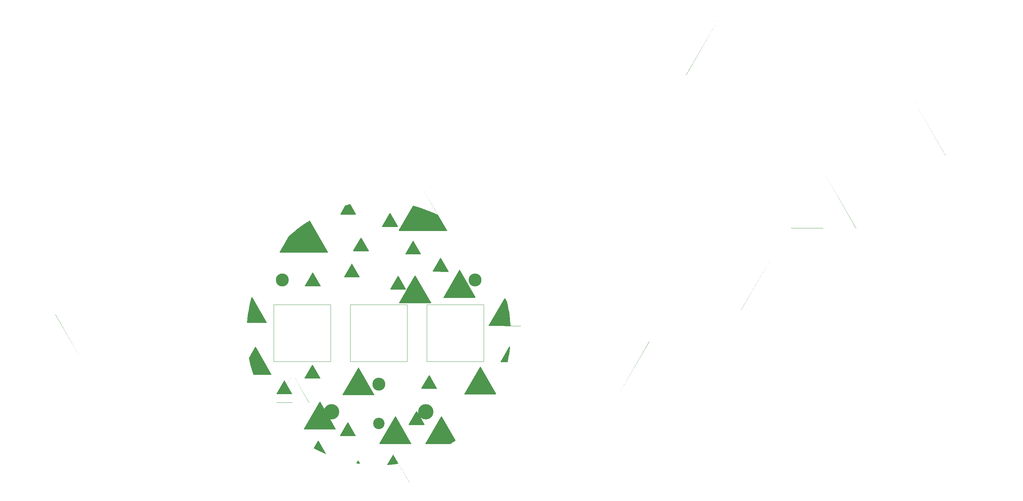
<source format=gbr>
%TF.GenerationSoftware,KiCad,Pcbnew,(7.0.0-0)*%
%TF.CreationDate,2023-03-27T01:09:40-05:00*%
%TF.ProjectId,RP2040_minimal,52503230-3430-45f6-9d69-6e696d616c2e,REV1*%
%TF.SameCoordinates,Original*%
%TF.FileFunction,Soldermask,Top*%
%TF.FilePolarity,Negative*%
%FSLAX46Y46*%
G04 Gerber Fmt 4.6, Leading zero omitted, Abs format (unit mm)*
G04 Created by KiCad (PCBNEW (7.0.0-0)) date 2023-03-27 01:09:40*
%MOMM*%
%LPD*%
G01*
G04 APERTURE LIST*
%TA.AperFunction,Profile*%
%ADD10C,0.120000*%
%TD*%
%ADD11C,3.902000*%
%ADD12C,2.902000*%
%ADD13C,3.302000*%
G04 APERTURE END LIST*
D10*
%TO.C,REF\u002A\u002A*%
X-26750000Y7250000D02*
X-12250000Y7250000D01*
X-12250000Y7250000D02*
X-12250000Y-7250000D01*
X-12250000Y-7250000D02*
X-26750000Y-7250000D01*
X-26750000Y-7250000D02*
X-26750000Y7250000D01*
X-7250000Y7250000D02*
X7250000Y7250000D01*
X7250000Y7250000D02*
X7250000Y-7250000D01*
X7250000Y-7250000D02*
X-7250000Y-7250000D01*
X-7250000Y-7250000D02*
X-7250000Y7250000D01*
X12250000Y7250000D02*
X26750000Y7250000D01*
X26750000Y7250000D02*
X26750000Y-7250000D01*
X26750000Y-7250000D02*
X12250000Y-7250000D01*
X12250000Y-7250000D02*
X12250000Y7250000D01*
%TD*%
D11*
%TO.C,REF\u002A\u002A*%
X-12000000Y-20000000D03*
%TD*%
%TO.C,REF\u002A\u002A*%
X12000000Y-20000000D03*
%TD*%
D12*
%TO.C,REF\u002A\u002A*%
X0Y-23000000D03*
%TD*%
D13*
%TO.C,H3*%
X0Y-13000000D03*
%TD*%
%TO.C,H2*%
X24500000Y13500000D03*
%TD*%
%TO.C,H1*%
X-24500000Y13500000D03*
%TD*%
G36*
X16023377Y-21168482D02*
G01*
X16068665Y-21213967D01*
X19513075Y-27209862D01*
X19529494Y-27267766D01*
X19516713Y-27326580D01*
X19477745Y-27372448D01*
X19088720Y-27651008D01*
X19085197Y-27653440D01*
X18273685Y-28193145D01*
X18240755Y-28208632D01*
X18204748Y-28213894D01*
X12014773Y-28200465D01*
X11952809Y-28183717D01*
X11907521Y-28138232D01*
X11891042Y-28076196D01*
X11907790Y-28014232D01*
X15853892Y-21213501D01*
X15899377Y-21168213D01*
X15961413Y-21151734D01*
X16023377Y-21168482D01*
G37*
G36*
X8816433Y23484382D02*
G01*
X8861721Y23438897D01*
X10713016Y20216233D01*
X10729495Y20154197D01*
X10712747Y20092233D01*
X10667262Y20046945D01*
X10605226Y20030466D01*
X6888670Y20038530D01*
X6826706Y20055278D01*
X6781418Y20100763D01*
X6764939Y20162799D01*
X6781687Y20224763D01*
X8646948Y23439363D01*
X8692433Y23484651D01*
X8754469Y23501130D01*
X8816433Y23484382D01*
G37*
G36*
X-32166825Y9129895D02*
G01*
X-32126960Y9087745D01*
X-28506984Y2786233D01*
X-28490505Y2724197D01*
X-28507253Y2662233D01*
X-28552738Y2616945D01*
X-28614774Y2600466D01*
X-33359697Y2610761D01*
X-33424644Y2629296D01*
X-33470243Y2679119D01*
X-33482966Y2745450D01*
X-33420141Y3471551D01*
X-33419699Y3475808D01*
X-33280402Y4623029D01*
X-33279813Y4627269D01*
X-33100998Y5769011D01*
X-33100262Y5773229D01*
X-32882157Y6908057D01*
X-32881277Y6912246D01*
X-32624124Y8038910D01*
X-32623100Y8043066D01*
X-32354348Y9057727D01*
X-32326786Y9108778D01*
X-32279018Y9141704D01*
X-32221501Y9149297D01*
X-32166825Y9129895D01*
G37*
G36*
X12907029Y-10687815D02*
G01*
X12952317Y-10733300D01*
X14803612Y-13955964D01*
X14820091Y-14018000D01*
X14803343Y-14079964D01*
X14757858Y-14125252D01*
X14695822Y-14141731D01*
X10979266Y-14133667D01*
X10917302Y-14116919D01*
X10872014Y-14071434D01*
X10855535Y-14009398D01*
X10872283Y-13947434D01*
X12737544Y-10732834D01*
X12783029Y-10687546D01*
X12845065Y-10671067D01*
X12907029Y-10687815D01*
G37*
G36*
X-4408305Y24279254D02*
G01*
X-4363017Y24233769D01*
X-2511722Y21011105D01*
X-2495243Y20949069D01*
X-2511991Y20887105D01*
X-2557476Y20841817D01*
X-2619512Y20825338D01*
X-6336068Y20833402D01*
X-6398032Y20850150D01*
X-6443320Y20895635D01*
X-6459799Y20957671D01*
X-6443051Y21019635D01*
X-4577790Y24234235D01*
X-4532305Y24279523D01*
X-4470269Y24296002D01*
X-4408305Y24279254D01*
G37*
G36*
X-16703567Y15374382D02*
G01*
X-16658279Y15328897D01*
X-14806984Y12106233D01*
X-14790505Y12044197D01*
X-14807253Y11982233D01*
X-14852738Y11936945D01*
X-14914774Y11920466D01*
X-18631330Y11928530D01*
X-18693294Y11945278D01*
X-18738582Y11990763D01*
X-18755061Y12052799D01*
X-18738313Y12114763D01*
X-16873052Y15329363D01*
X-16827567Y15374651D01*
X-16765531Y15391130D01*
X-16703567Y15374382D01*
G37*
G36*
X4331171Y-21150492D02*
G01*
X4376459Y-21195977D01*
X8293016Y-28013767D01*
X8309495Y-28075803D01*
X8292747Y-28137767D01*
X8247262Y-28183055D01*
X8185226Y-28199534D01*
X322567Y-28182475D01*
X260603Y-28165727D01*
X215315Y-28120242D01*
X198836Y-28058206D01*
X215584Y-27996242D01*
X4161686Y-21195511D01*
X4207171Y-21150223D01*
X4269207Y-21133744D01*
X4331171Y-21150492D01*
G37*
G36*
X9696433Y-19895618D02*
G01*
X9741721Y-19941103D01*
X11593016Y-23163767D01*
X11609495Y-23225803D01*
X11592747Y-23287767D01*
X11547262Y-23333055D01*
X11485226Y-23349534D01*
X7768670Y-23341470D01*
X7706706Y-23324722D01*
X7661418Y-23279237D01*
X7644939Y-23217201D01*
X7661687Y-23155237D01*
X9526948Y-19940637D01*
X9572433Y-19895349D01*
X9634469Y-19878870D01*
X9696433Y-19895618D01*
G37*
G36*
X-6763567Y17634382D02*
G01*
X-6718279Y17588897D01*
X-4866984Y14366233D01*
X-4850505Y14304197D01*
X-4867253Y14242233D01*
X-4912738Y14196945D01*
X-4974774Y14180466D01*
X-8691330Y14188530D01*
X-8753294Y14205278D01*
X-8798582Y14250763D01*
X-8815061Y14312799D01*
X-8798313Y14374763D01*
X-6933052Y17589363D01*
X-6887567Y17634651D01*
X-6825531Y17651130D01*
X-6763567Y17634382D01*
G37*
G36*
X-15307465Y-27364613D02*
G01*
X-15262177Y-27410098D01*
X-13468437Y-30532570D01*
X-13451983Y-30591841D01*
X-13466038Y-30651726D01*
X-13507142Y-30697489D01*
X-13565181Y-30717868D01*
X-13625872Y-30707848D01*
X-14051844Y-30520537D01*
X-14055732Y-30518746D01*
X-15096904Y-30017344D01*
X-15100728Y-30015421D01*
X-16124022Y-29478356D01*
X-16127777Y-29476301D01*
X-16431296Y-29303385D01*
X-16477109Y-29257977D01*
X-16493915Y-29195701D01*
X-16477167Y-29133410D01*
X-15476950Y-27409632D01*
X-15431465Y-27364344D01*
X-15369429Y-27347865D01*
X-15307465Y-27364613D01*
G37*
G36*
X-23947464Y-12044613D02*
G01*
X-23902176Y-12090098D01*
X-22050881Y-15312762D01*
X-22034402Y-15374798D01*
X-22051150Y-15436762D01*
X-22096635Y-15482050D01*
X-22158671Y-15498529D01*
X-25875227Y-15490465D01*
X-25937191Y-15473717D01*
X-25982479Y-15428232D01*
X-25998958Y-15366196D01*
X-25982210Y-15304232D01*
X-24116949Y-12089632D01*
X-24071464Y-12044344D01*
X-24009428Y-12027865D01*
X-23947464Y-12044613D01*
G37*
G36*
X-31268830Y-3550492D02*
G01*
X-31223542Y-3595977D01*
X-27306984Y-10413767D01*
X-27290505Y-10475803D01*
X-27307253Y-10537767D01*
X-27352738Y-10583055D01*
X-27414774Y-10599534D01*
X-31794622Y-10590031D01*
X-31844431Y-10579469D01*
X-31885796Y-10549782D01*
X-31911744Y-10505974D01*
X-31990472Y-10274593D01*
X-31991780Y-10270517D01*
X-32326036Y-9164328D01*
X-32327204Y-9160210D01*
X-32623100Y-8043065D01*
X-32624124Y-8038909D01*
X-32881276Y-6912250D01*
X-32882156Y-6908061D01*
X-32992401Y-6334446D01*
X-32992885Y-6290315D01*
X-32977882Y-6248809D01*
X-31438315Y-3595511D01*
X-31392830Y-3550223D01*
X-31330794Y-3533744D01*
X-31268830Y-3550492D01*
G37*
G36*
X-16768305Y-8070746D02*
G01*
X-16723017Y-8116231D01*
X-14871722Y-11338895D01*
X-14855243Y-11400931D01*
X-14871991Y-11462895D01*
X-14917476Y-11508183D01*
X-14979512Y-11524662D01*
X-18696068Y-11516598D01*
X-18758032Y-11499850D01*
X-18803320Y-11454365D01*
X-18819799Y-11392329D01*
X-18803051Y-11330365D01*
X-16937790Y-8115765D01*
X-16892305Y-8070477D01*
X-16830269Y-8053998D01*
X-16768305Y-8070746D01*
G37*
G36*
X25931171Y-8550492D02*
G01*
X25976459Y-8595977D01*
X29838114Y-15318196D01*
X29854545Y-15376531D01*
X29841368Y-15435685D01*
X29793406Y-15531032D01*
X29747580Y-15580940D01*
X29682362Y-15599310D01*
X21922567Y-15582475D01*
X21860603Y-15565727D01*
X21815315Y-15520242D01*
X21798836Y-15458206D01*
X21815584Y-15396242D01*
X25761686Y-8595511D01*
X25807171Y-8550223D01*
X25869207Y-8533744D01*
X25931171Y-8550492D01*
G37*
G36*
X33358425Y-3423224D02*
G01*
X33401612Y-3474481D01*
X33411816Y-3540724D01*
X33280401Y-4623028D01*
X33279812Y-4627268D01*
X33100997Y-5769010D01*
X33100261Y-5773228D01*
X32882156Y-6908056D01*
X32881276Y-6912245D01*
X32795185Y-7289434D01*
X32771185Y-7339224D01*
X32727934Y-7373639D01*
X32674025Y-7385841D01*
X31122567Y-7382475D01*
X31060603Y-7365727D01*
X31015315Y-7320242D01*
X30998836Y-7258206D01*
X31015584Y-7196242D01*
X33181468Y-3463545D01*
X33229522Y-3416821D01*
X33294872Y-3401931D01*
X33358425Y-3423224D01*
G37*
G36*
X2931695Y30469254D02*
G01*
X2976983Y30423769D01*
X4828278Y27201105D01*
X4844757Y27139069D01*
X4828009Y27077105D01*
X4782524Y27031817D01*
X4720488Y27015338D01*
X1003932Y27023402D01*
X941968Y27040150D01*
X896680Y27085635D01*
X880201Y27147671D01*
X896949Y27209635D01*
X2762210Y30424235D01*
X2807695Y30469523D01*
X2869731Y30486002D01*
X2931695Y30469254D01*
G37*
G36*
X8830513Y32415484D02*
G01*
X9716803Y32164285D01*
X9720901Y32163047D01*
X10821216Y31809729D01*
X10825268Y31808350D01*
X11912705Y31417272D01*
X11916708Y31415754D01*
X12990017Y30987369D01*
X12993964Y30985714D01*
X14051842Y30520538D01*
X14055730Y30518747D01*
X15087323Y30021959D01*
X15117962Y30001046D01*
X15141043Y29972006D01*
X17331325Y26159248D01*
X17347804Y26097212D01*
X17331056Y26035248D01*
X17285571Y25989960D01*
X17223535Y25973481D01*
X5214773Y25999535D01*
X5152809Y26016283D01*
X5107521Y26061768D01*
X5091042Y26123804D01*
X5107790Y26185768D01*
X8689448Y32358416D01*
X8726212Y32398200D01*
X8776428Y32418515D01*
X8830513Y32415484D01*
G37*
G36*
X-5068829Y-8750492D02*
G01*
X-5023541Y-8795977D01*
X-1106984Y-15613767D01*
X-1090505Y-15675803D01*
X-1107253Y-15737767D01*
X-1152738Y-15783055D01*
X-1214774Y-15799534D01*
X-9077433Y-15782475D01*
X-9139397Y-15765727D01*
X-9184685Y-15720242D01*
X-9201164Y-15658206D01*
X-9184416Y-15596242D01*
X-5238314Y-8795511D01*
X-5192829Y-8750223D01*
X-5130793Y-8733744D01*
X-5068829Y-8750492D01*
G37*
G36*
X-5147465Y-32444613D02*
G01*
X-5102177Y-32490098D01*
X-4779540Y-33051731D01*
X-4763142Y-33117979D01*
X-4784282Y-33182870D01*
X-4836556Y-33226747D01*
X-4904130Y-33236318D01*
X-5196805Y-33195644D01*
X-5201034Y-33194981D01*
X-5502756Y-33142375D01*
X-5556856Y-33118661D01*
X-5593847Y-33072608D01*
X-5605334Y-33014667D01*
X-5588710Y-32957985D01*
X-5316950Y-32489632D01*
X-5271465Y-32444344D01*
X-5209429Y-32427865D01*
X-5147465Y-32444613D01*
G37*
G36*
X9331171Y14649508D02*
G01*
X9376459Y14604023D01*
X13293016Y7786233D01*
X13309495Y7724197D01*
X13292747Y7662233D01*
X13247262Y7616945D01*
X13185226Y7600466D01*
X5322567Y7617525D01*
X5260603Y7634273D01*
X5215315Y7679758D01*
X5198836Y7741794D01*
X5215584Y7803758D01*
X9161686Y14604489D01*
X9207171Y14649777D01*
X9269207Y14666256D01*
X9331171Y14649508D01*
G37*
G36*
X3731170Y-30950492D02*
G01*
X3776458Y-30995977D01*
X4960158Y-33056515D01*
X4976570Y-33114204D01*
X4963987Y-33172846D01*
X4925352Y-33218723D01*
X4869706Y-33241102D01*
X4052154Y-33354723D01*
X4047905Y-33355239D01*
X2898461Y-33474713D01*
X2894196Y-33475082D01*
X2323728Y-33514533D01*
X2258755Y-33501250D01*
X2209919Y-33456383D01*
X2191188Y-33392767D01*
X2207921Y-33328595D01*
X3561685Y-30995511D01*
X3607170Y-30950223D01*
X3669206Y-30933744D01*
X3731170Y-30950492D01*
G37*
G36*
X20623377Y16031518D02*
G01*
X20668665Y15986033D01*
X24585222Y9168243D01*
X24601701Y9106207D01*
X24584953Y9044243D01*
X24539468Y8998955D01*
X24477432Y8982476D01*
X16614773Y8999535D01*
X16552809Y9016283D01*
X16507521Y9061768D01*
X16491042Y9123804D01*
X16507790Y9185768D01*
X20453892Y15986499D01*
X20499377Y16031787D01*
X20561413Y16048266D01*
X20623377Y16031518D01*
G37*
G36*
X-14888829Y-17450492D02*
G01*
X-14843541Y-17495977D01*
X-10926984Y-24313767D01*
X-10910505Y-24375803D01*
X-10927253Y-24437767D01*
X-10972738Y-24483055D01*
X-11034774Y-24499534D01*
X-18897433Y-24482475D01*
X-18959397Y-24465727D01*
X-19004685Y-24420242D01*
X-19021164Y-24358206D01*
X-19004416Y-24296242D01*
X-15058314Y-17495511D01*
X-15012829Y-17450223D01*
X-14950793Y-17433744D01*
X-14888829Y-17450492D01*
G37*
G36*
X-7757464Y-22704613D02*
G01*
X-7712176Y-22750098D01*
X-5860881Y-25972762D01*
X-5844402Y-26034798D01*
X-5861150Y-26096762D01*
X-5906635Y-26142050D01*
X-5968671Y-26158529D01*
X-9685227Y-26150465D01*
X-9747191Y-26133717D01*
X-9792479Y-26088232D01*
X-9808958Y-26026196D01*
X-9792210Y-25964232D01*
X-7926949Y-22749632D01*
X-7881464Y-22704344D01*
X-7819428Y-22687865D01*
X-7757464Y-22704613D01*
G37*
G36*
X-7254820Y32793257D02*
G01*
X-7207767Y32772182D01*
X-7173353Y32733792D01*
X-5790881Y30327238D01*
X-5774402Y30265202D01*
X-5791150Y30203238D01*
X-5836635Y30157950D01*
X-5898671Y30141471D01*
X-9615227Y30149535D01*
X-9677191Y30166283D01*
X-9722479Y30211768D01*
X-9738958Y30273804D01*
X-9722210Y30335768D01*
X-8483626Y32470352D01*
X-8450758Y32507331D01*
X-8406049Y32528516D01*
X-7478769Y32757069D01*
X-7474597Y32758021D01*
X-7306377Y32793374D01*
X-7254820Y32793257D01*
G37*
G36*
X32131170Y8849508D02*
G01*
X32176458Y8804023D01*
X32620244Y8031497D01*
X32633614Y7997323D01*
X32881276Y6912246D01*
X32882156Y6908057D01*
X33100261Y5773229D01*
X33100997Y5769011D01*
X33279812Y4627269D01*
X33280401Y4623029D01*
X33419698Y3475808D01*
X33420140Y3471551D01*
X33519753Y2320254D01*
X33520049Y2315983D01*
X33539720Y1936459D01*
X33525307Y1871705D01*
X33479577Y1823648D01*
X33415617Y1806041D01*
X28122567Y1817525D01*
X28060603Y1834273D01*
X28015315Y1879758D01*
X27998836Y1941794D01*
X28015584Y2003758D01*
X31961685Y8804489D01*
X32007170Y8849777D01*
X32069206Y8866256D01*
X32131170Y8849508D01*
G37*
G36*
X15806433Y19054382D02*
G01*
X15851721Y19008897D01*
X17703016Y15786233D01*
X17719495Y15724197D01*
X17702747Y15662233D01*
X17657262Y15616945D01*
X17595226Y15600466D01*
X13878670Y15608530D01*
X13816706Y15625278D01*
X13771418Y15670763D01*
X13754939Y15732799D01*
X13771687Y15794763D01*
X15636948Y19009363D01*
X15682433Y19054651D01*
X15744469Y19071130D01*
X15806433Y19054382D01*
G37*
G36*
X5012536Y14545387D02*
G01*
X5057824Y14499902D01*
X6909119Y11277238D01*
X6925598Y11215202D01*
X6908850Y11153238D01*
X6863365Y11107950D01*
X6801329Y11091471D01*
X3084773Y11099535D01*
X3022809Y11116283D01*
X2977521Y11161768D01*
X2961042Y11223804D01*
X2977790Y11285768D01*
X4843051Y14500368D01*
X4888536Y14545656D01*
X4950572Y14562135D01*
X5012536Y14545387D01*
G37*
G36*
X-17499511Y28602305D02*
G01*
X-17453113Y28556183D01*
X-12917353Y20660510D01*
X-12900874Y20598474D01*
X-12917622Y20536510D01*
X-12963107Y20491222D01*
X-13025143Y20474743D01*
X-25033905Y20500797D01*
X-25095869Y20517545D01*
X-25141157Y20563030D01*
X-25157636Y20625066D01*
X-25140888Y20687030D01*
X-22865196Y24608970D01*
X-22843325Y24636659D01*
X-22713260Y24760156D01*
X-22710106Y24763049D01*
X-21845112Y25529368D01*
X-21841860Y25532151D01*
X-20950905Y26268177D01*
X-20947558Y26270846D01*
X-20031750Y26975666D01*
X-20028313Y26978218D01*
X-19088721Y27651009D01*
X-19085198Y27653441D01*
X-18122919Y28293416D01*
X-18119315Y28295724D01*
X-17625698Y28599975D01*
X-17562923Y28618395D01*
X-17499511Y28602305D01*
G37*
G36*
X3670209Y-30805763D02*
G01*
X3671492Y-30806234D01*
X3679053Y-30812606D01*
X3679498Y-30813139D01*
X7802117Y-37989633D01*
X7802353Y-37990286D01*
X7804049Y-38000027D01*
X7803809Y-38001374D01*
X7803083Y-38002625D01*
X7802033Y-38003502D01*
X7792736Y-38006863D01*
X7792052Y-38006982D01*
X-484287Y-37989027D01*
X-484971Y-37988905D01*
X-494256Y-37985502D01*
X-495302Y-37984621D01*
X-496022Y-37983369D01*
X-496257Y-37982020D01*
X-495899Y-37980017D01*
X-488738Y-37980017D01*
X7796540Y-37997992D01*
X3669467Y-30813745D01*
X2092411Y-33531651D01*
X2092411Y-33531652D01*
X-488738Y-37980017D01*
X-495899Y-37980017D01*
X-494518Y-37972286D01*
X-494279Y-37971634D01*
X2084624Y-33527138D01*
X2084625Y-33527136D01*
X3659438Y-30813095D01*
X3659886Y-30812564D01*
X3667475Y-30806224D01*
X3668763Y-30805759D01*
X3670209Y-30805763D01*
G37*
G36*
X-5208427Y-32299884D02*
G01*
X-5207144Y-32300355D01*
X-5199582Y-32306727D01*
X-5199137Y-32307260D01*
X-4651638Y-33260327D01*
X-4651394Y-33261025D01*
X-4649855Y-33271227D01*
X-4650175Y-33272644D01*
X-4650867Y-33273669D01*
X-4652062Y-33274496D01*
X-4662096Y-33276884D01*
X-4662834Y-33276919D01*
X-5199495Y-33202337D01*
X-5199530Y-33202332D01*
X-5200486Y-33202182D01*
X-5200520Y-33202176D01*
X-5672009Y-33119972D01*
X-5672612Y-33119764D01*
X-5680801Y-33115361D01*
X-5681667Y-33114444D01*
X-5682354Y-33112970D01*
X-5682499Y-33111718D01*
X-5682214Y-33110348D01*
X-5674806Y-33110348D01*
X-5198602Y-33193375D01*
X-4657259Y-33268608D01*
X-5209168Y-32307866D01*
X-5674806Y-33110348D01*
X-5682214Y-33110348D01*
X-5680605Y-33102614D01*
X-5680377Y-33102017D01*
X-5219197Y-32307216D01*
X-5218749Y-32306685D01*
X-5211160Y-32300345D01*
X-5209872Y-32299880D01*
X-5208427Y-32299884D01*
G37*
G36*
X-15368426Y-27219884D02*
G01*
X-15367143Y-27220355D01*
X-15359582Y-27226727D01*
X-15359137Y-27227260D01*
X-13301780Y-30808628D01*
X-13301544Y-30809281D01*
X-13299848Y-30819022D01*
X-13300088Y-30820368D01*
X-13300813Y-30821618D01*
X-13301863Y-30822496D01*
X-13311165Y-30825858D01*
X-13311849Y-30825977D01*
X-13368812Y-30825854D01*
X-13369222Y-30825811D01*
X-13380141Y-30823503D01*
X-13380532Y-30823377D01*
X-14056246Y-30526248D01*
X-14056275Y-30526235D01*
X-14057153Y-30525832D01*
X-14057187Y-30525816D01*
X-15101547Y-30022878D01*
X-15101576Y-30022864D01*
X-15102381Y-30022460D01*
X-15102413Y-30022443D01*
X-16128840Y-29483732D01*
X-16128870Y-29483716D01*
X-16129661Y-29483284D01*
X-16129692Y-29483267D01*
X-16538184Y-29250547D01*
X-16538602Y-29250230D01*
X-16544238Y-29244644D01*
X-16544761Y-29243744D01*
X-16545221Y-29242038D01*
X-16545221Y-29240998D01*
X-16545161Y-29240776D01*
X-16537153Y-29240776D01*
X-16124931Y-29475620D01*
X-15097954Y-30014619D01*
X-14052961Y-30517861D01*
X-13373029Y-30816844D01*
X-13307357Y-30816987D01*
X-15369168Y-27227866D01*
X-16537153Y-29240776D01*
X-16545161Y-29240776D01*
X-16543161Y-29233335D01*
X-16542960Y-29232850D01*
X-15379197Y-27227216D01*
X-15378749Y-27226685D01*
X-15371160Y-27220345D01*
X-15369872Y-27219880D01*
X-15368426Y-27219884D01*
G37*
G36*
X15962415Y-21023753D02*
G01*
X15963698Y-21024224D01*
X15971259Y-21030596D01*
X15971704Y-21031129D01*
X20094323Y-28207623D01*
X20094559Y-28208276D01*
X20096255Y-28218017D01*
X20096015Y-28219364D01*
X20095289Y-28220615D01*
X20094239Y-28221492D01*
X20084942Y-28224853D01*
X20084258Y-28224972D01*
X11807919Y-28207017D01*
X11807235Y-28206895D01*
X11797950Y-28203492D01*
X11796904Y-28202611D01*
X11796184Y-28201359D01*
X11795949Y-28200010D01*
X11796307Y-28198007D01*
X11803468Y-28198007D01*
X20088746Y-28215982D01*
X15961673Y-21031735D01*
X11803468Y-28198007D01*
X11796307Y-28198007D01*
X11797688Y-28190276D01*
X11797927Y-28189624D01*
X15951644Y-21031085D01*
X15952092Y-21030554D01*
X15959681Y-21024214D01*
X15960969Y-21023749D01*
X15962415Y-21023753D01*
G37*
G36*
X4270209Y-21005763D02*
G01*
X4271492Y-21006234D01*
X4279053Y-21012606D01*
X4279498Y-21013139D01*
X8402117Y-28189633D01*
X8402353Y-28190286D01*
X8404049Y-28200027D01*
X8403809Y-28201374D01*
X8403083Y-28202625D01*
X8402033Y-28203502D01*
X8392736Y-28206863D01*
X8392052Y-28206982D01*
X115713Y-28189027D01*
X115029Y-28188905D01*
X105744Y-28185502D01*
X104698Y-28184621D01*
X103978Y-28183369D01*
X103743Y-28182020D01*
X104101Y-28180017D01*
X111262Y-28180017D01*
X8396540Y-28197992D01*
X4269467Y-21013745D01*
X111262Y-28180017D01*
X104101Y-28180017D01*
X105482Y-28172286D01*
X105721Y-28171634D01*
X4259438Y-21013095D01*
X4259886Y-21012564D01*
X4267475Y-21006224D01*
X4268763Y-21005759D01*
X4270209Y-21005763D01*
G37*
G36*
X-7818426Y-22559884D02*
G01*
X-7817143Y-22560355D01*
X-7809582Y-22566727D01*
X-7809137Y-22567260D01*
X-5751780Y-26148628D01*
X-5751544Y-26149281D01*
X-5749848Y-26159022D01*
X-5750088Y-26160369D01*
X-5750814Y-26161620D01*
X-5751864Y-26162497D01*
X-5761161Y-26165858D01*
X-5761845Y-26165977D01*
X-9892081Y-26157017D01*
X-9892765Y-26156895D01*
X-9902050Y-26153492D01*
X-9903096Y-26152611D01*
X-9903816Y-26151359D01*
X-9904051Y-26150010D01*
X-9903693Y-26148007D01*
X-9896532Y-26148007D01*
X-5757357Y-26156987D01*
X-7819168Y-22567866D01*
X-9896532Y-26148007D01*
X-9903693Y-26148007D01*
X-9902312Y-26140276D01*
X-9902073Y-26139624D01*
X-7829197Y-22567216D01*
X-7828749Y-22566685D01*
X-7821160Y-22560345D01*
X-7819872Y-22559880D01*
X-7818426Y-22559884D01*
G37*
G36*
X-14949791Y-17305763D02*
G01*
X-14948508Y-17306234D01*
X-14940947Y-17312606D01*
X-14940502Y-17313139D01*
X-13856296Y-19200483D01*
X-13831278Y-19220392D01*
X-13799824Y-19217802D01*
X-13778352Y-19194014D01*
X-13776697Y-19193361D01*
X-13775177Y-19194284D01*
X-13774993Y-19196053D01*
X-13810600Y-19291519D01*
X-13811587Y-19292613D01*
X-13813055Y-19292734D01*
X-13814208Y-19291816D01*
X-14950533Y-17313745D01*
X-19108738Y-24480017D01*
X-10823460Y-24497992D01*
X-12300023Y-21927649D01*
X-12300228Y-21926163D01*
X-12299342Y-21924953D01*
X-12297864Y-21924699D01*
X-12277374Y-21929156D01*
X-12206351Y-21934236D01*
X-12204813Y-21935148D01*
X-12204618Y-21936925D01*
X-12205924Y-21938148D01*
X-12235326Y-21946896D01*
X-12251403Y-21972517D01*
X-12246497Y-22002758D01*
X-10817883Y-24489633D01*
X-10817647Y-24490286D01*
X-10815951Y-24500027D01*
X-10816191Y-24501374D01*
X-10816917Y-24502625D01*
X-10817967Y-24503502D01*
X-10827264Y-24506863D01*
X-10827948Y-24506982D01*
X-19104287Y-24489027D01*
X-19104971Y-24488905D01*
X-19114256Y-24485502D01*
X-19115302Y-24484621D01*
X-19116022Y-24483369D01*
X-19116257Y-24482020D01*
X-19114518Y-24472286D01*
X-19114279Y-24471634D01*
X-14960562Y-17313095D01*
X-14960114Y-17312564D01*
X-14952525Y-17306224D01*
X-14951237Y-17305759D01*
X-14949791Y-17305763D01*
G37*
G36*
X9635471Y-19750889D02*
G01*
X9636754Y-19751360D01*
X9644315Y-19757732D01*
X9644760Y-19758265D01*
X10003868Y-20383386D01*
X10027004Y-20402680D01*
X10056745Y-20402277D01*
X10079066Y-20382618D01*
X10083276Y-20352761D01*
X10084294Y-20351286D01*
X10086085Y-20351220D01*
X10087210Y-20352615D01*
X10129951Y-20549092D01*
X10197871Y-20731192D01*
X10197607Y-20733078D01*
X10195883Y-20733888D01*
X10194263Y-20732887D01*
X9634729Y-19758871D01*
X7557365Y-23339012D01*
X11696540Y-23347992D01*
X10454896Y-21186586D01*
X10454861Y-21184657D01*
X10456473Y-21183596D01*
X10458231Y-21184391D01*
X10527050Y-21276322D01*
X10723680Y-21472952D01*
X10732806Y-21479783D01*
X10733608Y-21481394D01*
X10732790Y-21482997D01*
X10731016Y-21483294D01*
X10703205Y-21474668D01*
X10676540Y-21485410D01*
X10662653Y-21510581D01*
X10667854Y-21539228D01*
X11702117Y-23339633D01*
X11702353Y-23340286D01*
X11704049Y-23350027D01*
X11703809Y-23351374D01*
X11703083Y-23352625D01*
X11702033Y-23353502D01*
X11692736Y-23356863D01*
X11692052Y-23356982D01*
X7561816Y-23348022D01*
X7561132Y-23347900D01*
X7551847Y-23344497D01*
X7550801Y-23343616D01*
X7550081Y-23342364D01*
X7549846Y-23341015D01*
X7551585Y-23331281D01*
X7551824Y-23330629D01*
X9624700Y-19758221D01*
X9625148Y-19757690D01*
X9632737Y-19751350D01*
X9634025Y-19750885D01*
X9635471Y-19750889D01*
G37*
G36*
X-21829267Y-10496017D02*
G01*
X-21827984Y-10496488D01*
X-21820423Y-10502860D01*
X-21819978Y-10503393D01*
X-17697359Y-17679887D01*
X-17697123Y-17680540D01*
X-17695427Y-17690281D01*
X-17695667Y-17691628D01*
X-17696393Y-17692879D01*
X-17697443Y-17693756D01*
X-17706740Y-17697117D01*
X-17707424Y-17697236D01*
X-25983763Y-17679281D01*
X-25984447Y-17679159D01*
X-25993732Y-17675756D01*
X-25994778Y-17674875D01*
X-25995498Y-17673623D01*
X-25995733Y-17672274D01*
X-25993994Y-17662540D01*
X-25993755Y-17661888D01*
X-24776843Y-15564652D01*
X-24771621Y-15535413D01*
X-24786229Y-15509986D01*
X-24814116Y-15499767D01*
X-26082081Y-15497017D01*
X-26082765Y-15496895D01*
X-26092050Y-15493492D01*
X-26093096Y-15492611D01*
X-26093816Y-15491359D01*
X-26094051Y-15490010D01*
X-26093693Y-15488007D01*
X-26086532Y-15488007D01*
X-24727143Y-15490956D01*
X-24725858Y-15491427D01*
X-24725177Y-15492613D01*
X-24725417Y-15493960D01*
X-25988214Y-17670271D01*
X-17702936Y-17688246D01*
X-21830009Y-10503999D01*
X-23328563Y-13086615D01*
X-23330297Y-13087611D01*
X-23332027Y-13086607D01*
X-24009168Y-11907866D01*
X-26086532Y-15488007D01*
X-26093693Y-15488007D01*
X-26092312Y-15480276D01*
X-26092073Y-15479624D01*
X-24019197Y-11907216D01*
X-24018749Y-11906685D01*
X-24011160Y-11900345D01*
X-24009872Y-11899880D01*
X-24008426Y-11899884D01*
X-24007143Y-11900355D01*
X-23999582Y-11906727D01*
X-23999137Y-11907260D01*
X-23367536Y-13006725D01*
X-23344825Y-13025866D01*
X-23315500Y-13025930D01*
X-23292708Y-13006888D01*
X-21840038Y-10503349D01*
X-21839590Y-10502818D01*
X-21832001Y-10496478D01*
X-21830713Y-10496013D01*
X-21829267Y-10496017D01*
G37*
G36*
X68830939Y-2130012D02*
G01*
X68832222Y-2130483D01*
X68839783Y-2136855D01*
X68840228Y-2137388D01*
X77093370Y-16504136D01*
X77093606Y-16504789D01*
X77095302Y-16514530D01*
X77095062Y-16515877D01*
X77094336Y-16517128D01*
X77093286Y-16518005D01*
X77083989Y-16521366D01*
X77083305Y-16521485D01*
X60514761Y-16485540D01*
X60514077Y-16485418D01*
X60504792Y-16482015D01*
X60503746Y-16481134D01*
X60503026Y-16479882D01*
X60502791Y-16478533D01*
X60503149Y-16476530D01*
X60510310Y-16476530D01*
X77087793Y-16512495D01*
X68830197Y-2137994D01*
X60510310Y-16476530D01*
X60503149Y-16476530D01*
X60504530Y-16468799D01*
X60504769Y-16468147D01*
X68820168Y-2137344D01*
X68820616Y-2136813D01*
X68828205Y-2130473D01*
X68829493Y-2130008D01*
X68830939Y-2130012D01*
G37*
G36*
X-5129791Y-8605763D02*
G01*
X-5128508Y-8606234D01*
X-5120947Y-8612606D01*
X-5120502Y-8613139D01*
X-997883Y-15789633D01*
X-997647Y-15790286D01*
X-995951Y-15800027D01*
X-996191Y-15801374D01*
X-996917Y-15802625D01*
X-997967Y-15803502D01*
X-1007264Y-15806863D01*
X-1007948Y-15806982D01*
X-9284287Y-15789027D01*
X-9284971Y-15788905D01*
X-9294256Y-15785502D01*
X-9295302Y-15784621D01*
X-9296022Y-15783369D01*
X-9296257Y-15782020D01*
X-9295899Y-15780017D01*
X-9288738Y-15780017D01*
X-1003460Y-15797992D01*
X-5130533Y-8613745D01*
X-9288738Y-15780017D01*
X-9295899Y-15780017D01*
X-9294518Y-15772286D01*
X-9294279Y-15771634D01*
X-5140562Y-8613095D01*
X-5140114Y-8612564D01*
X-5132525Y-8606224D01*
X-5131237Y-8605759D01*
X-5129791Y-8605763D01*
G37*
G36*
X25870209Y-8405763D02*
G01*
X25871492Y-8406234D01*
X25879053Y-8412606D01*
X25879498Y-8413139D01*
X30002117Y-15589633D01*
X30002353Y-15590286D01*
X30004049Y-15600027D01*
X30003809Y-15601374D01*
X30003083Y-15602625D01*
X30002033Y-15603502D01*
X29992736Y-15606863D01*
X29992052Y-15606982D01*
X21715713Y-15589027D01*
X21715029Y-15588905D01*
X21705744Y-15585502D01*
X21704698Y-15584621D01*
X21703978Y-15583369D01*
X21703743Y-15582020D01*
X21704101Y-15580017D01*
X21711262Y-15580017D01*
X29996540Y-15597992D01*
X25869467Y-8413745D01*
X21711262Y-15580017D01*
X21704101Y-15580017D01*
X21705482Y-15572286D01*
X21705721Y-15571634D01*
X25859438Y-8413095D01*
X25859886Y-8412564D01*
X25867475Y-8406224D01*
X25868763Y-8405759D01*
X25870209Y-8405763D01*
G37*
G36*
X12846067Y-10543086D02*
G01*
X12847350Y-10543557D01*
X12854911Y-10549929D01*
X12855356Y-10550462D01*
X14912713Y-14131830D01*
X14912949Y-14132483D01*
X14914645Y-14142224D01*
X14914405Y-14143571D01*
X14913679Y-14144822D01*
X14912629Y-14145699D01*
X14903332Y-14149060D01*
X14902648Y-14149179D01*
X10772412Y-14140219D01*
X10771728Y-14140097D01*
X10762443Y-14136694D01*
X10761397Y-14135813D01*
X10760677Y-14134561D01*
X10760442Y-14133212D01*
X10760800Y-14131209D01*
X10767961Y-14131209D01*
X14907136Y-14140189D01*
X12845325Y-10551068D01*
X10767961Y-14131209D01*
X10760800Y-14131209D01*
X10762181Y-14123478D01*
X10762420Y-14122826D01*
X12835296Y-10550418D01*
X12835744Y-10549887D01*
X12843333Y-10543547D01*
X12844621Y-10543082D01*
X12846067Y-10543086D01*
G37*
G36*
X-16829267Y-7926017D02*
G01*
X-16827984Y-7926488D01*
X-16820423Y-7932860D01*
X-16819978Y-7933393D01*
X-14762621Y-11514761D01*
X-14762385Y-11515414D01*
X-14760689Y-11525155D01*
X-14760929Y-11526502D01*
X-14761655Y-11527753D01*
X-14762705Y-11528630D01*
X-14772002Y-11531991D01*
X-14772686Y-11532110D01*
X-18902922Y-11523150D01*
X-18903606Y-11523028D01*
X-18912891Y-11519625D01*
X-18913937Y-11518744D01*
X-18914657Y-11517492D01*
X-18914892Y-11516143D01*
X-18914534Y-11514140D01*
X-18907373Y-11514140D01*
X-14768198Y-11523120D01*
X-16830009Y-7933999D01*
X-18907373Y-11514140D01*
X-18914534Y-11514140D01*
X-18913153Y-11506409D01*
X-18912914Y-11505757D01*
X-16840038Y-7933349D01*
X-16839590Y-7932818D01*
X-16832001Y-7926478D01*
X-16830713Y-7926013D01*
X-16829267Y-7926017D01*
G37*
G36*
X-31329791Y-3405763D02*
G01*
X-31328508Y-3406234D01*
X-31320947Y-3412606D01*
X-31320502Y-3413139D01*
X-27197883Y-10589633D01*
X-27197647Y-10590286D01*
X-27195951Y-10600027D01*
X-27196191Y-10601374D01*
X-27196917Y-10602625D01*
X-27197967Y-10603502D01*
X-27207264Y-10606863D01*
X-27207948Y-10606982D01*
X-35484287Y-10589027D01*
X-35484971Y-10588905D01*
X-35494256Y-10585502D01*
X-35495302Y-10584621D01*
X-35496022Y-10583369D01*
X-35496257Y-10582020D01*
X-35495899Y-10580017D01*
X-35488738Y-10580017D01*
X-27203460Y-10597992D01*
X-31330533Y-3413745D01*
X-32894426Y-6108969D01*
X-35488738Y-10580017D01*
X-35495899Y-10580017D01*
X-35494518Y-10572286D01*
X-35494279Y-10571634D01*
X-32903667Y-6106961D01*
X-31340562Y-3413095D01*
X-31340114Y-3412564D01*
X-31332525Y-3406224D01*
X-31331237Y-3405759D01*
X-31329791Y-3405763D01*
G37*
G36*
X35070209Y-205763D02*
G01*
X35071492Y-206234D01*
X35079053Y-212606D01*
X35079498Y-213139D01*
X39202117Y-7389633D01*
X39202353Y-7390286D01*
X39204049Y-7400027D01*
X39203809Y-7401374D01*
X39203083Y-7402625D01*
X39202033Y-7403502D01*
X39192736Y-7406863D01*
X39192052Y-7406982D01*
X30915713Y-7389027D01*
X30915029Y-7388905D01*
X30905744Y-7385502D01*
X30904698Y-7384621D01*
X30903978Y-7383369D01*
X30903743Y-7382020D01*
X30904101Y-7380017D01*
X30911262Y-7380017D01*
X39196540Y-7397992D01*
X35069467Y-213745D01*
X33464508Y-2979740D01*
X31672696Y-6067759D01*
X30911262Y-7380017D01*
X30904101Y-7380017D01*
X30905482Y-7372286D01*
X30905721Y-7371634D01*
X31663455Y-6065751D01*
X33456724Y-2975221D01*
X33456727Y-2975216D01*
X35059438Y-213095D01*
X35059886Y-212564D01*
X35067475Y-206224D01*
X35068763Y-205759D01*
X35070209Y-205763D01*
G37*
G36*
X-82219267Y4753983D02*
G01*
X-82217984Y4753512D01*
X-82210423Y4747140D01*
X-82209978Y4746607D01*
X-76022097Y-6025015D01*
X-76021861Y-6025668D01*
X-76020165Y-6035409D01*
X-76020405Y-6036756D01*
X-76021131Y-6038007D01*
X-76022181Y-6038884D01*
X-76031478Y-6042245D01*
X-76032162Y-6042364D01*
X-88454604Y-6015414D01*
X-88455288Y-6015292D01*
X-88464573Y-6011889D01*
X-88465619Y-6011008D01*
X-88466339Y-6009756D01*
X-88466574Y-6008407D01*
X-88466216Y-6006404D01*
X-88459055Y-6006404D01*
X-76027674Y-6033374D01*
X-82220009Y4746001D01*
X-88459055Y-6006404D01*
X-88466216Y-6006404D01*
X-88464835Y-5998673D01*
X-88464596Y-5998021D01*
X-82230038Y4746651D01*
X-82229590Y4747182D01*
X-82222001Y4753522D01*
X-82220713Y4753987D01*
X-82219267Y4753983D01*
G37*
G36*
X32070209Y8994237D02*
G01*
X32071492Y8993766D01*
X32079053Y8987394D01*
X32079498Y8986861D01*
X36202117Y1810367D01*
X36202353Y1809714D01*
X36204049Y1799973D01*
X36203809Y1798626D01*
X36203083Y1797375D01*
X36202033Y1796498D01*
X36192736Y1793137D01*
X36192052Y1793018D01*
X27915713Y1810973D01*
X27915029Y1811095D01*
X27905744Y1814498D01*
X27904698Y1815379D01*
X27903978Y1816631D01*
X27903743Y1817980D01*
X27904101Y1819983D01*
X27911262Y1819983D01*
X36196540Y1802008D01*
X32069467Y8986255D01*
X27911262Y1819983D01*
X27904101Y1819983D01*
X27905482Y1827714D01*
X27905721Y1828366D01*
X32059438Y8986905D01*
X32059886Y8987436D01*
X32067475Y8993776D01*
X32068763Y8994241D01*
X32070209Y8994237D01*
G37*
G36*
X-32529791Y9794237D02*
G01*
X-32528508Y9793766D01*
X-32520947Y9787394D01*
X-32520502Y9786861D01*
X-31246881Y7569792D01*
X-28397883Y2610367D01*
X-28397647Y2609714D01*
X-28395951Y2599973D01*
X-28396191Y2598626D01*
X-28396917Y2597375D01*
X-28397967Y2596498D01*
X-28407264Y2593137D01*
X-28407948Y2593018D01*
X-36684287Y2610973D01*
X-36684971Y2611095D01*
X-36694256Y2614498D01*
X-36695302Y2615379D01*
X-36696022Y2616631D01*
X-36696257Y2617980D01*
X-36695899Y2619983D01*
X-36688738Y2619983D01*
X-28403460Y2602008D01*
X-32530533Y9786255D01*
X-36688738Y2619983D01*
X-36695899Y2619983D01*
X-36694518Y2627714D01*
X-36694279Y2628366D01*
X-32540562Y9786905D01*
X-32540114Y9787436D01*
X-32532525Y9793776D01*
X-32531237Y9794241D01*
X-32529791Y9794237D01*
G37*
G36*
X74149409Y18846851D02*
G01*
X74150692Y18846380D01*
X74158253Y18840008D01*
X74158698Y18839475D01*
X82411840Y4472727D01*
X82412076Y4472074D01*
X82413772Y4462333D01*
X82413532Y4460986D01*
X82412806Y4459735D01*
X82411756Y4458858D01*
X82402459Y4455497D01*
X82401775Y4455378D01*
X65833231Y4491323D01*
X65832547Y4491445D01*
X65823262Y4494848D01*
X65822216Y4495729D01*
X65821496Y4496981D01*
X65821261Y4498330D01*
X65821619Y4500333D01*
X65828780Y4500333D01*
X82406263Y4464368D01*
X74148667Y18838869D01*
X65828780Y4500333D01*
X65821619Y4500333D01*
X65823000Y4508064D01*
X65823239Y4508716D01*
X74138638Y18839519D01*
X74139086Y18840050D01*
X74146675Y18846390D01*
X74147963Y18846855D01*
X74149409Y18846851D01*
G37*
G36*
X100513083Y20204072D02*
G01*
X100514366Y20203601D01*
X100521927Y20197229D01*
X100522372Y20196696D01*
X108775514Y5829948D01*
X108775750Y5829295D01*
X108777446Y5819554D01*
X108777206Y5818207D01*
X108776480Y5816956D01*
X108775430Y5816079D01*
X108766133Y5812718D01*
X108765449Y5812599D01*
X92196905Y5848544D01*
X92196221Y5848666D01*
X92186936Y5852069D01*
X92185890Y5852950D01*
X92185170Y5854202D01*
X92184935Y5855551D01*
X92185293Y5857554D01*
X92192454Y5857554D01*
X108769937Y5821589D01*
X100512341Y20196090D01*
X92192454Y5857554D01*
X92185293Y5857554D01*
X92186674Y5865285D01*
X92186913Y5865937D01*
X100502312Y20196740D01*
X100502760Y20197271D01*
X100510349Y20203611D01*
X100511637Y20204076D01*
X100513083Y20204072D01*
G37*
G36*
X9270209Y14794237D02*
G01*
X9271492Y14793766D01*
X9279053Y14787394D01*
X9279498Y14786861D01*
X13402117Y7610367D01*
X13402353Y7609714D01*
X13404049Y7599973D01*
X13403809Y7598626D01*
X13403083Y7597375D01*
X13402033Y7596498D01*
X13392736Y7593137D01*
X13392052Y7593018D01*
X5115713Y7610973D01*
X5115029Y7611095D01*
X5105744Y7614498D01*
X5104698Y7615379D01*
X5103978Y7616631D01*
X5103743Y7617980D01*
X5104101Y7619983D01*
X5111262Y7619983D01*
X13396540Y7602008D01*
X9269467Y14786255D01*
X5111262Y7619983D01*
X5104101Y7619983D01*
X5105482Y7627714D01*
X5105721Y7628366D01*
X7078575Y11028396D01*
X7083662Y11051108D01*
X7084266Y11052149D01*
X7101461Y11067837D01*
X9259438Y14786905D01*
X9259886Y14787436D01*
X9267475Y14793776D01*
X9268763Y14794241D01*
X9270209Y14794237D01*
G37*
G36*
X20562415Y16176247D02*
G01*
X20563698Y16175776D01*
X20571259Y16169404D01*
X20571704Y16168871D01*
X24694323Y8992377D01*
X24694559Y8991724D01*
X24696255Y8981983D01*
X24696015Y8980636D01*
X24695289Y8979385D01*
X24694239Y8978508D01*
X24684942Y8975147D01*
X24684258Y8975028D01*
X16407919Y8992983D01*
X16407235Y8993105D01*
X16397950Y8996508D01*
X16396904Y8997389D01*
X16396184Y8998641D01*
X16395949Y8999990D01*
X16396307Y9001993D01*
X16403468Y9001993D01*
X24688746Y8984018D01*
X20561673Y16168265D01*
X16403468Y9001993D01*
X16396307Y9001993D01*
X16397688Y9009724D01*
X16397927Y9010376D01*
X20551644Y16168915D01*
X20552092Y16169446D01*
X20559681Y16175786D01*
X20560969Y16176251D01*
X20562415Y16176247D01*
G37*
G36*
X4951574Y14690116D02*
G01*
X4952857Y14689645D01*
X4960418Y14683273D01*
X4960863Y14682740D01*
X7018221Y11101372D01*
X7018457Y11100719D01*
X7020314Y11090049D01*
X7020074Y11088702D01*
X7019024Y11087825D01*
X7008836Y11084142D01*
X7008152Y11084023D01*
X2877919Y11092983D01*
X2877235Y11093105D01*
X2867950Y11096508D01*
X2866904Y11097389D01*
X2866184Y11098641D01*
X2865949Y11099990D01*
X2866307Y11101993D01*
X2873468Y11101993D01*
X7012643Y11093013D01*
X4950832Y14682134D01*
X2873468Y11101993D01*
X2866307Y11101993D01*
X2867688Y11109724D01*
X2867927Y11110376D01*
X4940803Y14682784D01*
X4941251Y14683315D01*
X4948840Y14689655D01*
X4950128Y14690120D01*
X4951574Y14690116D01*
G37*
G36*
X-16764529Y15519111D02*
G01*
X-16763246Y15518640D01*
X-16755685Y15512268D01*
X-16755240Y15511735D01*
X-14697883Y11930367D01*
X-14697647Y11929714D01*
X-14695951Y11919973D01*
X-14696191Y11918626D01*
X-14696917Y11917375D01*
X-14697967Y11916498D01*
X-14707264Y11913137D01*
X-14707948Y11913018D01*
X-18838184Y11921978D01*
X-18838868Y11922100D01*
X-18848153Y11925503D01*
X-18849199Y11926384D01*
X-18849919Y11927636D01*
X-18850154Y11928985D01*
X-18849796Y11930988D01*
X-18842635Y11930988D01*
X-14703460Y11922008D01*
X-16765271Y15511129D01*
X-18842635Y11930988D01*
X-18849796Y11930988D01*
X-18848415Y11938719D01*
X-18848176Y11939371D01*
X-16775300Y15511779D01*
X-16774852Y15512310D01*
X-16767263Y15518650D01*
X-16765975Y15519115D01*
X-16764529Y15519111D01*
G37*
G36*
X-6824529Y17779111D02*
G01*
X-6823246Y17778640D01*
X-6815685Y17772268D01*
X-6815240Y17771735D01*
X-4757883Y14190367D01*
X-4757647Y14189714D01*
X-4755951Y14179973D01*
X-4756191Y14178626D01*
X-4756917Y14177375D01*
X-4757967Y14176498D01*
X-4767264Y14173137D01*
X-4767948Y14173018D01*
X-8898184Y14181978D01*
X-8898868Y14182100D01*
X-8908153Y14185503D01*
X-8909199Y14186384D01*
X-8909919Y14187636D01*
X-8910154Y14188985D01*
X-8909796Y14190988D01*
X-8902635Y14190988D01*
X-4763460Y14182008D01*
X-6825271Y17771129D01*
X-8902635Y14190988D01*
X-8909796Y14190988D01*
X-8908415Y14198719D01*
X-8908176Y14199371D01*
X-6835300Y17771779D01*
X-6834852Y17772310D01*
X-6827263Y17778650D01*
X-6825975Y17779115D01*
X-6824529Y17779111D01*
G37*
G36*
X15745471Y19199111D02*
G01*
X15746754Y19198640D01*
X15754315Y19192268D01*
X15754760Y19191735D01*
X17812117Y15610367D01*
X17812353Y15609714D01*
X17814049Y15599973D01*
X17813809Y15598626D01*
X17813083Y15597375D01*
X17812033Y15596498D01*
X17802736Y15593137D01*
X17802052Y15593018D01*
X13671816Y15601978D01*
X13671132Y15602100D01*
X13661847Y15605503D01*
X13660801Y15606384D01*
X13660081Y15607636D01*
X13659846Y15608985D01*
X13660204Y15610988D01*
X13667365Y15610988D01*
X17806540Y15602008D01*
X15744729Y19191129D01*
X13667365Y15610988D01*
X13660204Y15610988D01*
X13661585Y15618719D01*
X13661824Y15619371D01*
X15734700Y19191779D01*
X15735148Y19192310D01*
X15742737Y19198650D01*
X15744025Y19199115D01*
X15745471Y19199111D01*
G37*
G36*
X8755471Y23629111D02*
G01*
X8756754Y23628640D01*
X8764315Y23622268D01*
X8764760Y23621735D01*
X10822117Y20040367D01*
X10822353Y20039714D01*
X10824049Y20029973D01*
X10823809Y20028626D01*
X10823083Y20027375D01*
X10822033Y20026498D01*
X10812736Y20023137D01*
X10812052Y20023018D01*
X6681816Y20031978D01*
X6681132Y20032100D01*
X6671847Y20035503D01*
X6670801Y20036384D01*
X6670081Y20037636D01*
X6669846Y20038985D01*
X6670204Y20040988D01*
X6677365Y20040988D01*
X10816540Y20032008D01*
X8754729Y23621129D01*
X6677365Y20040988D01*
X6670204Y20040988D01*
X6671585Y20048719D01*
X6671824Y20049371D01*
X8744700Y23621779D01*
X8745148Y23622310D01*
X8752737Y23628650D01*
X8754025Y23629115D01*
X8755471Y23629111D01*
G37*
G36*
X-19005422Y31263642D02*
G01*
X-19004139Y31263171D01*
X-18996578Y31256799D01*
X-18996133Y31256266D01*
X-12808252Y20484644D01*
X-12808016Y20483991D01*
X-12806320Y20474250D01*
X-12806560Y20472903D01*
X-12807286Y20471652D01*
X-12808336Y20470775D01*
X-12817633Y20467414D01*
X-12818317Y20467295D01*
X-25240758Y20494245D01*
X-25241442Y20494367D01*
X-25250728Y20497770D01*
X-25251774Y20498651D01*
X-25252493Y20499902D01*
X-25252728Y20501250D01*
X-25252370Y20503255D01*
X-25245211Y20503255D01*
X-12813829Y20476285D01*
X-19006164Y31255660D01*
X-22854518Y24623386D01*
X-22854519Y24623384D01*
X-25245211Y20503255D01*
X-25252370Y20503255D01*
X-25250990Y20510988D01*
X-25250751Y20511641D01*
X-22862304Y24627901D01*
X-22862302Y24627905D01*
X-19016193Y31256310D01*
X-19015745Y31256841D01*
X-19008156Y31263181D01*
X-19006868Y31263646D01*
X-19005422Y31263642D01*
G37*
G36*
X-4469267Y24423983D02*
G01*
X-4467984Y24423512D01*
X-4460423Y24417140D01*
X-4459978Y24416607D01*
X-2402621Y20835239D01*
X-2402385Y20834586D01*
X-2400689Y20824845D01*
X-2400929Y20823498D01*
X-2401655Y20822247D01*
X-2402705Y20821370D01*
X-2412002Y20818009D01*
X-2412686Y20817890D01*
X-6542922Y20826850D01*
X-6543606Y20826972D01*
X-6552891Y20830375D01*
X-6553937Y20831256D01*
X-6554657Y20832508D01*
X-6554892Y20833857D01*
X-6554534Y20835860D01*
X-6547373Y20835860D01*
X-2408198Y20826880D01*
X-4470009Y24416001D01*
X-6547373Y20835860D01*
X-6554534Y20835860D01*
X-6553153Y20843591D01*
X-6552914Y20844243D01*
X-4480038Y24416651D01*
X-4479590Y24417182D01*
X-4472001Y24423522D01*
X-4470713Y24423987D01*
X-4469267Y24423983D01*
G37*
G36*
X11243256Y36762380D02*
G01*
X11244539Y36761909D01*
X11252100Y36755537D01*
X11252545Y36755004D01*
X17440426Y25983382D01*
X17440662Y25982729D01*
X17442358Y25972988D01*
X17442118Y25971641D01*
X17441392Y25970390D01*
X17440342Y25969513D01*
X17431045Y25966152D01*
X17430361Y25966033D01*
X5007920Y25992983D01*
X5007236Y25993105D01*
X4997950Y25996508D01*
X4996904Y25997389D01*
X4996185Y25998640D01*
X4995950Y25999988D01*
X4996308Y26001993D01*
X5003467Y26001993D01*
X17434849Y25975023D01*
X11242514Y36754398D01*
X8739538Y32440755D01*
X5003467Y26001993D01*
X4996308Y26001993D01*
X4997688Y26009726D01*
X4997927Y26010379D01*
X8731753Y32445272D01*
X8731754Y32445274D01*
X11232485Y36755048D01*
X11232933Y36755579D01*
X11240522Y36761919D01*
X11241810Y36762384D01*
X11243256Y36762380D01*
G37*
G36*
X113149409Y41046851D02*
G01*
X113150692Y41046380D01*
X113158253Y41040008D01*
X113158698Y41039475D01*
X121411840Y26672727D01*
X121412076Y26672074D01*
X121413772Y26662333D01*
X121413532Y26660986D01*
X121412806Y26659735D01*
X121411756Y26658858D01*
X121402459Y26655497D01*
X121401775Y26655378D01*
X104833231Y26691323D01*
X104832547Y26691445D01*
X104823262Y26694848D01*
X104822216Y26695729D01*
X104821496Y26696981D01*
X104821261Y26698330D01*
X104821619Y26700333D01*
X104828780Y26700333D01*
X121406263Y26664368D01*
X113148667Y41038869D01*
X104828780Y26700333D01*
X104821619Y26700333D01*
X104823000Y26708064D01*
X104823239Y26708716D01*
X113138638Y41039519D01*
X113139086Y41040050D01*
X113146675Y41046390D01*
X113147963Y41046855D01*
X113149409Y41046851D01*
G37*
G36*
X2870733Y30613983D02*
G01*
X2872016Y30613512D01*
X2879577Y30607140D01*
X2880022Y30606607D01*
X4937379Y27025239D01*
X4937615Y27024586D01*
X4939311Y27014845D01*
X4939071Y27013498D01*
X4938345Y27012247D01*
X4937295Y27011370D01*
X4927998Y27008009D01*
X4927314Y27007890D01*
X797078Y27016850D01*
X796394Y27016972D01*
X787109Y27020375D01*
X786063Y27021256D01*
X785343Y27022508D01*
X785108Y27023857D01*
X785466Y27025860D01*
X792627Y27025860D01*
X4931802Y27016880D01*
X2869991Y30606001D01*
X792627Y27025860D01*
X785466Y27025860D01*
X786847Y27033591D01*
X787086Y27034243D01*
X2859962Y30606651D01*
X2860410Y30607182D01*
X2867999Y30613522D01*
X2869287Y30613987D01*
X2870733Y30613983D01*
G37*
G36*
X-7216910Y32816338D02*
G01*
X-7215782Y32815832D01*
X-7208995Y32809694D01*
X-7208603Y32809207D01*
X-5681780Y30151372D01*
X-5681544Y30150719D01*
X-5679848Y30140978D01*
X-5680088Y30139631D01*
X-5680814Y30138380D01*
X-5681864Y30137503D01*
X-5691161Y30134142D01*
X-5691845Y30134023D01*
X-9822081Y30142983D01*
X-9822765Y30143105D01*
X-9832050Y30146508D01*
X-9833096Y30147389D01*
X-9833816Y30148641D01*
X-9834051Y30149990D01*
X-9833693Y30151993D01*
X-9826532Y30151993D01*
X-5687357Y30143013D01*
X-7219233Y32809644D01*
X-7476244Y32755632D01*
X-8455886Y32514173D01*
X-9826532Y30151993D01*
X-9833693Y30151993D01*
X-9832312Y30159724D01*
X-9832073Y30160376D01*
X-8465520Y32515502D01*
X-8465285Y32515827D01*
X-8461130Y32520502D01*
X-8460492Y32520980D01*
X-8454840Y32523659D01*
X-8454462Y32523794D01*
X-7478769Y32764279D01*
X-7478737Y32764287D01*
X-7477807Y32764500D01*
X-7477771Y32764507D01*
X-7226636Y32817284D01*
X-7226011Y32817316D01*
X-7216910Y32816338D01*
G37*
G36*
X149804947Y50389365D02*
G01*
X149806230Y50388894D01*
X149813791Y50382522D01*
X149814236Y50381989D01*
X156002117Y39610367D01*
X156002353Y39609714D01*
X156004049Y39599973D01*
X156003809Y39598626D01*
X156003083Y39597375D01*
X156002033Y39596498D01*
X155992736Y39593137D01*
X155992052Y39593018D01*
X143569610Y39619968D01*
X143568926Y39620090D01*
X143559641Y39623493D01*
X143558595Y39624374D01*
X143557875Y39625626D01*
X143557640Y39626975D01*
X143557998Y39628978D01*
X143565159Y39628978D01*
X155996540Y39602008D01*
X149804205Y50381383D01*
X143565159Y39628978D01*
X143557998Y39628978D01*
X143559379Y39636709D01*
X143559618Y39637361D01*
X149794176Y50382033D01*
X149794624Y50382564D01*
X149802213Y50388904D01*
X149803501Y50389369D01*
X149804947Y50389365D01*
G37*
G36*
X135949409Y59446851D02*
G01*
X135950692Y59446380D01*
X135958253Y59440008D01*
X135958698Y59439475D01*
X144211840Y45072727D01*
X144212076Y45072074D01*
X144213772Y45062333D01*
X144213532Y45060986D01*
X144212806Y45059735D01*
X144211756Y45058858D01*
X144202459Y45055497D01*
X144201775Y45055378D01*
X127633231Y45091323D01*
X127632547Y45091445D01*
X127623262Y45094848D01*
X127622216Y45095729D01*
X127621496Y45096981D01*
X127621261Y45098330D01*
X127621619Y45100333D01*
X127628780Y45100333D01*
X144206263Y45064368D01*
X135948667Y59438869D01*
X127628780Y45100333D01*
X127621619Y45100333D01*
X127623000Y45108064D01*
X127623239Y45108716D01*
X135938638Y59439519D01*
X135939086Y59440050D01*
X135946675Y59446390D01*
X135947963Y59446855D01*
X135949409Y59446851D01*
G37*
G36*
X86549409Y80046851D02*
G01*
X86550692Y80046380D01*
X86558253Y80040008D01*
X86558698Y80039475D01*
X94811840Y65672727D01*
X94812076Y65672074D01*
X94813772Y65662333D01*
X94813532Y65660986D01*
X94812806Y65659735D01*
X94811756Y65658858D01*
X94802459Y65655497D01*
X94801775Y65655378D01*
X78233231Y65691323D01*
X78232547Y65691445D01*
X78223262Y65694848D01*
X78222216Y65695729D01*
X78221496Y65696981D01*
X78221261Y65698330D01*
X78221619Y65700333D01*
X78228780Y65700333D01*
X94806263Y65664368D01*
X86548667Y80038869D01*
X78228780Y65700333D01*
X78221619Y65700333D01*
X78223000Y65708064D01*
X78223239Y65708716D01*
X86538638Y80039519D01*
X86539086Y80040050D01*
X86546675Y80046390D01*
X86547963Y80046855D01*
X86549409Y80046851D01*
G37*
M02*

</source>
